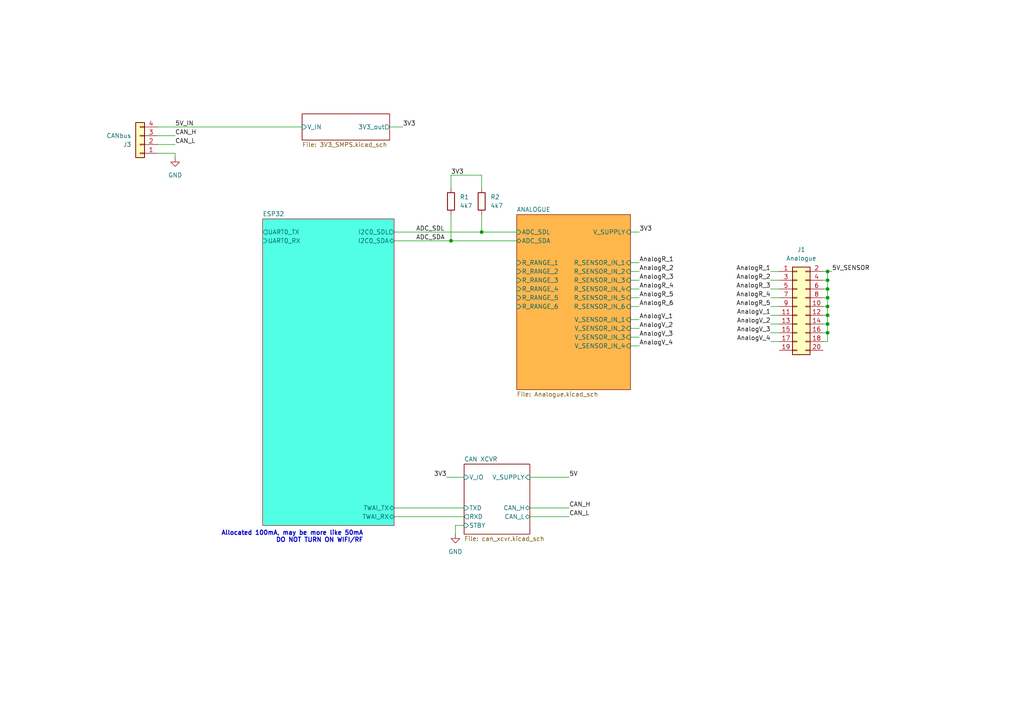
<source format=kicad_sch>
(kicad_sch (version 20250114) (generator "eeschema") (generator_version "9.0")
  (paper "A4")
  (title_block (title "VXDash RemoteECU") (date "2025-08-08") (rev "Proto A") (comment 1 "https://github.com/martinroger/VXDash") (comment 2 "https://cadlab.io/projects/vxdash"))
  (lib_symbols
    (symbol "Connector_Generic:Conn_01x04" (pin_names (offset 1.016) (hide yes))
      (property "Reference" "J" (at 0 5.08 0))
      (property "Value" "Conn_01x04" (at 0 -7.62 0))
      (symbol "Conn_01x04_1_1"
        (rectangle (start -1.27 3.81) (end 1.27 -6.35) (stroke (width 0.254)) (fill (type background)))
        (rectangle (start -1.27 2.667) (end 0 2.413) (stroke (width 0.1524)))
        (rectangle (start -1.27 0.127) (end 0 -0.127) (stroke (width 0.1524)))
        (rectangle (start -1.27 -2.413) (end 0 -2.667) (stroke (width 0.1524)))
        (rectangle (start -1.27 -4.953) (end 0 -5.207) (stroke (width 0.1524)))
        (pin passive line (at -5.08 2.54 0) (length 3.81) (name "Pin_1") (number "1"))
        (pin passive line (at -5.08 0 0) (length 3.81) (name "Pin_2") (number "2"))
        (pin passive line (at -5.08 -2.54 0) (length 3.81) (name "Pin_3") (number "3"))
        (pin passive line (at -5.08 -5.08 0) (length 3.81) (name "Pin_4") (number "4"))
      )
    )
    (symbol "Connector_Generic:Conn_02x10_Odd_Even" (pin_names (offset 1.016) (hide yes))
      (property "Reference" "J" (at 1.27 12.7 0))
      (property "Value" "Conn_02x10_Odd_Even" (at 1.27 -15.24 0))
      (symbol "Conn_02x10_Odd_Even_1_1"
        (rectangle (start -1.27 11.43) (end 3.81 -13.97) (stroke (width 0.254)) (fill (type background)))
        (rectangle (start -1.27 10.287) (end 0 10.033) (stroke (width 0.1524)))
        (rectangle (start -1.27 7.747) (end 0 7.493) (stroke (width 0.1524)))
        (rectangle (start -1.27 5.207) (end 0 4.953) (stroke (width 0.1524)))
        (rectangle (start -1.27 2.667) (end 0 2.413) (stroke (width 0.1524)))
        (rectangle (start -1.27 0.127) (end 0 -0.127) (stroke (width 0.1524)))
        (rectangle (start -1.27 -2.413) (end 0 -2.667) (stroke (width 0.1524)))
        (rectangle (start -1.27 -4.953) (end 0 -5.207) (stroke (width 0.1524)))
        (rectangle (start -1.27 -7.493) (end 0 -7.747) (stroke (width 0.1524)))
        (rectangle (start -1.27 -10.033) (end 0 -10.287) (stroke (width 0.1524)))
        (rectangle (start -1.27 -12.573) (end 0 -12.827) (stroke (width 0.1524)))
        (rectangle (start 3.81 10.287) (end 2.54 10.033) (stroke (width 0.1524)))
        (rectangle (start 3.81 7.747) (end 2.54 7.493) (stroke (width 0.1524)))
        (rectangle (start 3.81 5.207) (end 2.54 4.953) (stroke (width 0.1524)))
        (rectangle (start 3.81 2.667) (end 2.54 2.413) (stroke (width 0.1524)))
        (rectangle (start 3.81 0.127) (end 2.54 -0.127) (stroke (width 0.1524)))
        (rectangle (start 3.81 -2.413) (end 2.54 -2.667) (stroke (width 0.1524)))
        (rectangle (start 3.81 -4.953) (end 2.54 -5.207) (stroke (width 0.1524)))
        (rectangle (start 3.81 -7.493) (end 2.54 -7.747) (stroke (width 0.1524)))
        (rectangle (start 3.81 -10.033) (end 2.54 -10.287) (stroke (width 0.1524)))
        (rectangle (start 3.81 -12.573) (end 2.54 -12.827) (stroke (width 0.1524)))
        (pin passive line (at -5.08 10.16 0) (length 3.81) (name "Pin_1") (number "1"))
        (pin passive line (at -5.08 7.62 0) (length 3.81) (name "Pin_3") (number "3"))
        (pin passive line (at -5.08 5.08 0) (length 3.81) (name "Pin_5") (number "5"))
        (pin passive line (at -5.08 2.54 0) (length 3.81) (name "Pin_7") (number "7"))
        (pin passive line (at -5.08 0 0) (length 3.81) (name "Pin_9") (number "9"))
        (pin passive line (at -5.08 -2.54 0) (length 3.81) (name "Pin_11") (number "11"))
        (pin passive line (at -5.08 -5.08 0) (length 3.81) (name "Pin_13") (number "13"))
        (pin passive line (at -5.08 -7.62 0) (length 3.81) (name "Pin_15") (number "15"))
        (pin passive line (at -5.08 -10.16 0) (length 3.81) (name "Pin_17") (number "17"))
        (pin passive line (at -5.08 -12.7 0) (length 3.81) (name "Pin_19") (number "19"))
        (pin passive line (at 7.62 10.16 180) (length 3.81) (name "Pin_2") (number "2"))
        (pin passive line (at 7.62 7.62 180) (length 3.81) (name "Pin_4") (number "4"))
        (pin passive line (at 7.62 5.08 180) (length 3.81) (name "Pin_6") (number "6"))
        (pin passive line (at 7.62 2.54 180) (length 3.81) (name "Pin_8") (number "8"))
        (pin passive line (at 7.62 0 180) (length 3.81) (name "Pin_10") (number "10"))
        (pin passive line (at 7.62 -2.54 180) (length 3.81) (name "Pin_12") (number "12"))
        (pin passive line (at 7.62 -5.08 180) (length 3.81) (name "Pin_14") (number "14"))
        (pin passive line (at 7.62 -7.62 180) (length 3.81) (name "Pin_16") (number "16"))
        (pin passive line (at 7.62 -10.16 180) (length 3.81) (name "Pin_18") (number "18"))
        (pin passive line (at 7.62 -12.7 180) (length 3.81) (name "Pin_20") (number "20"))
      )
    )
    (symbol "VXDash_passives:Res" (pin_numbers (hide yes)) (pin_names (offset 0))
      (property "Reference" "R" (at 1.27 1.27 0))
      (property "Value" "Res" (at 1.27 -1.27 0))
      (symbol "Res_0_1"
        (rectangle (start -1.016 -2.54) (end 1.016 2.54) (stroke (width 0.254)))
      )
      (symbol "Res_1_1"
        (pin passive line (at 0 3.81 270) (length 1.27) (name "~") (number "1"))
        (pin passive line (at 0 -3.81 90) (length 1.27) (name "~") (number "2"))
      )
    )
    (symbol "power:GND" (power) (pin_numbers (hide yes)) (pin_names (offset 0) (hide yes))
      (property "Value" "GND" (at 0 -3.81 0))
      (symbol "GND_0_1"
        (polyline (pts (xy 0 0) (xy 0 -1.27) (xy 1.27 -1.27) (xy 0 -2.54) (xy -1.27 -1.27) (xy 0 -1.27)))
      )
      (symbol "GND_1_1"
        (pin power_in line (at 0 0 270) (length 0) (name "~") (number "1"))
      )
    )
  )
  (text "Allocated 100mA, may be more like 50mA\nDO NOT TURN ON WIFI/RF" (at 105.41 157.48 0) (effects (font (size 1.27 1.27) (bold yes)) (justify right bottom)))
  (junction (at 240.03 88.9))
  (junction (at 240.03 91.44))
  (junction (at 240.03 83.82))
  (junction (at 130.81 69.85))
  (junction (at 240.03 86.36))
  (junction (at 240.03 93.98))
  (junction (at 139.7 67.31))
  (junction (at 240.03 96.52))
  (junction (at 240.03 81.28))
  (junction (at 240.03 78.74))
  (wire (pts (xy 241.3 78.74) (xy 240.03 78.74)))
  (wire (pts (xy 223.52 91.44) (xy 226.06 91.44)))
  (wire (pts (xy 113.03 36.83) (xy 116.84 36.83)))
  (wire (pts (xy 153.67 138.43) (xy 165.1 138.43)))
  (wire (pts (xy 223.52 81.28) (xy 226.06 81.28)))
  (wire (pts (xy 223.52 99.06) (xy 226.06 99.06)))
  (wire (pts (xy 240.03 96.52) (xy 240.03 99.06)))
  (wire (pts (xy 240.03 93.98) (xy 238.76 93.98)))
  (wire (pts (xy 153.67 147.32) (xy 165.1 147.32)))
  (wire (pts (xy 240.03 83.82) (xy 240.03 86.36)))
  (wire (pts (xy 132.08 152.4) (xy 132.08 154.94)))
  (wire (pts (xy 185.42 95.25) (xy 182.88 95.25)))
  (wire (pts (xy 240.03 86.36) (xy 238.76 86.36)))
  (wire (pts (xy 223.52 96.52) (xy 226.06 96.52)))
  (wire (pts (xy 139.7 67.31) (xy 149.86 67.31)))
  (wire (pts (xy 50.8 39.37) (xy 45.72 39.37)))
  (wire (pts (xy 134.62 152.4) (xy 132.08 152.4)))
  (wire (pts (xy 240.03 78.74) (xy 238.76 78.74)))
  (wire (pts (xy 130.81 50.8) (xy 139.7 50.8)))
  (wire (pts (xy 45.72 44.45) (xy 50.8 44.45)))
  (wire (pts (xy 45.72 36.83) (xy 87.63 36.83)))
  (wire (pts (xy 114.3 147.32) (xy 134.62 147.32)))
  (wire (pts (xy 240.03 86.36) (xy 240.03 88.9)))
  (wire (pts (xy 185.42 88.9) (xy 182.88 88.9)))
  (wire (pts (xy 130.81 69.85) (xy 149.86 69.85)))
  (wire (pts (xy 185.42 97.79) (xy 182.88 97.79)))
  (wire (pts (xy 114.3 67.31) (xy 139.7 67.31)))
  (wire (pts (xy 223.52 86.36) (xy 226.06 86.36)))
  (wire (pts (xy 240.03 99.06) (xy 238.76 99.06)))
  (wire (pts (xy 240.03 78.74) (xy 240.03 81.28)))
  (wire (pts (xy 185.42 76.2) (xy 182.88 76.2)))
  (wire (pts (xy 240.03 91.44) (xy 238.76 91.44)))
  (wire (pts (xy 185.42 92.71) (xy 182.88 92.71)))
  (wire (pts (xy 223.52 78.74) (xy 226.06 78.74)))
  (wire (pts (xy 240.03 81.28) (xy 240.03 83.82)))
  (wire (pts (xy 139.7 54.61) (xy 139.7 50.8)))
  (wire (pts (xy 182.88 67.31) (xy 185.42 67.31)))
  (wire (pts (xy 185.42 100.33) (xy 182.88 100.33)))
  (wire (pts (xy 240.03 96.52) (xy 238.76 96.52)))
  (wire (pts (xy 130.81 50.8) (xy 130.81 54.61)))
  (wire (pts (xy 130.81 62.23) (xy 130.81 69.85)))
  (wire (pts (xy 129.54 138.43) (xy 134.62 138.43)))
  (wire (pts (xy 223.52 93.98) (xy 226.06 93.98)))
  (wire (pts (xy 153.67 149.86) (xy 165.1 149.86)))
  (wire (pts (xy 240.03 88.9) (xy 238.76 88.9)))
  (wire (pts (xy 50.8 44.45) (xy 50.8 45.72)))
  (wire (pts (xy 185.42 83.82) (xy 182.88 83.82)))
  (wire (pts (xy 114.3 69.85) (xy 130.81 69.85)))
  (wire (pts (xy 240.03 93.98) (xy 240.03 96.52)))
  (wire (pts (xy 223.52 88.9) (xy 226.06 88.9)))
  (wire (pts (xy 240.03 83.82) (xy 238.76 83.82)))
  (wire (pts (xy 114.3 149.86) (xy 134.62 149.86)))
  (wire (pts (xy 45.72 41.91) (xy 50.8 41.91)))
  (wire (pts (xy 240.03 88.9) (xy 240.03 91.44)))
  (wire (pts (xy 240.03 81.28) (xy 238.76 81.28)))
  (wire (pts (xy 185.42 86.36) (xy 182.88 86.36)))
  (wire (pts (xy 185.42 78.74) (xy 182.88 78.74)))
  (wire (pts (xy 185.42 81.28) (xy 182.88 81.28)))
  (wire (pts (xy 223.52 83.82) (xy 226.06 83.82)))
  (wire (pts (xy 240.03 91.44) (xy 240.03 93.98)))
  (wire (pts (xy 139.7 62.23) (xy 139.7 67.31)))
  (label "AnalogV_2" (at 185.42 95.25 0))
  (label "AnalogR_6" (at 185.42 88.9 0))
  (label "AnalogV_1" (at 223.52 91.44 180))
  (label "5V" (at 165.1 138.43 0))
  (label "AnalogV_1" (at 185.42 92.71 0))
  (label "5V_IN" (at 50.8 36.83 0))
  (label "AnalogR_3" (at 223.52 83.82 180))
  (label "AnalogV_4" (at 223.52 99.06 180))
  (label "AnalogV_3" (at 185.42 97.79 0))
  (label "AnalogR_4" (at 185.42 83.82 0))
  (label "AnalogR_1" (at 185.42 76.2 0))
  (label "AnalogV_4" (at 185.42 100.33 0))
  (label "AnalogR_2" (at 223.52 81.28 180))
  (label "AnalogR_1" (at 223.52 78.74 180))
  (label "CAN_H" (at 165.1 147.32 0))
  (label "CAN_L" (at 165.1 149.86 0))
  (label "AnalogR_5" (at 223.52 88.9 180))
  (label "AnalogV_3" (at 223.52 96.52 180))
  (label "5V_SENSOR" (at 241.3 78.74 0))
  (label "AnalogR_3" (at 185.42 81.28 0))
  (label "ADC_SDA" (at 120.65 69.85 0))
  (label "AnalogV_2" (at 223.52 93.98 180))
  (label "3V3" (at 116.84 36.83 0))
  (label "CAN_H" (at 50.8 39.37 0))
  (label "AnalogR_4" (at 223.52 86.36 180))
  (label "3V3" (at 185.42 67.31 0))
  (label "3V3" (at 129.54 138.43 180))
  (label "AnalogR_2" (at 185.42 78.74 0))
  (label "3V3" (at 130.81 50.8 0))
  (label "AnalogR_5" (at 185.42 86.36 0))
  (label "CAN_L" (at 50.8 41.91 0))
  (label "ADC_SDL" (at 120.65 67.31 0))
  (symbol (lib_id "power:GND") (at 50.8 45.72 0) (unit 1)
    (property "Reference" "#PWR01" (effects (hide yes)))
    (property "Value" "GND" (at 50.8 50.8 0))
    (property "Description" "Power symbol creates a global label with name \"GND\" , ground" (effects (hide yes)))
  )
  (symbol (lib_id "VXDash_passives:Res") (at 130.81 58.42 180) (unit 1)
    (property "Reference" "R1" (at 133.35 57.1499 0) (effects (justify right)))
    (property "Value" "4k7" (at 133.35 59.6899 0) (effects (justify right)))
    (property "Footprint" "Resistor_SMD:R_0603_1608Metric_Pad0.98x0.95mm_HandSolder" (effects (hide yes)))
    (property "Tol" "1%" (effects (hide yes)))
    (property "Power" "100mW" (effects (hide yes)))
  )
  (symbol (lib_id "Connector_Generic:Conn_02x10_Odd_Even") (at 231.14 88.9 0) (unit 1)
    (property "Reference" "J1" (at 232.41 72.39 0))
    (property "Value" "Analogue" (at 232.41 74.93 0))
    (property "Footprint" "Connector_PinSocket_2.54mm:PinSocket_2x10_P2.54mm_Vertical" (effects (hide yes)))
    (property "Description" "Generic connector, double row, 02x10, odd/even pin numbering scheme (row 1 odd numbers, row 2 even numbers), script generated (kicad-library-utils/schlib/autogen/connector/)" (effects (hide yes)))
  )
  (symbol (lib_id "power:GND") (at 132.08 154.94 0) (unit 1)
    (property "Reference" "#PWR010" (effects (hide yes)))
    (property "Value" "GND" (at 132.08 160.02 0))
    (property "Description" "Power symbol creates a global label with name \"GND\" , ground" (effects (hide yes)))
  )
  (symbol (lib_id "VXDash_passives:Res") (at 139.7 58.42 180) (unit 1)
    (property "Reference" "R2" (at 142.24 57.1499 0) (effects (justify right)))
    (property "Value" "4k7" (at 142.24 59.6899 0) (effects (justify right)))
    (property "Footprint" "Resistor_SMD:R_0603_1608Metric_Pad0.98x0.95mm_HandSolder" (effects (hide yes)))
    (property "Tol" "1%" (effects (hide yes)))
    (property "Power" "100mW" (effects (hide yes)))
  )
  (symbol (lib_id "Connector_Generic:Conn_01x04") (at 40.64 41.91 180) (unit 1)
    (property "Reference" "J3" (at 38.1 41.9101 0) (effects (justify left)))
    (property "Value" "CANbus" (at 38.1 39.3701 0) (effects (justify left)))
    (property "Footprint" "VXDash_connectors:DT13-4P_TE_Deutsch" (effects (hide yes)))
    (property "Datasheet" "https://www.te.com/en/product-DT13-4P.html" (effects (hide yes)))
    (property "MFT" "TE Deutsch" (effects (hide yes)))
    (property "MFT_PN" "DT13-4P" (effects (hide yes)))
  )
  (sheet (at 149.86 62.23) (size 33.02 50.8) (stroke (width 0.1524)) (fill (color 255 153 0 0.7000))
    (property "Sheetname" "ANALOGUE" (at 149.86 61.5184 0) (effects (justify left bottom)))
    (property "Sheetfile" "Analogue.kicad_sch" (at 149.86 113.6146 0) (effects (justify left top)))
    (pin "ADC_SDA" bidirectional (at 149.86 69.85 180))
    (pin "ADC_SDL" input (at 149.86 67.31 180))
    (pin "R_RANGE_1" input (at 149.86 76.2 180))
    (pin "R_RANGE_2" input (at 149.86 78.74 180))
    (pin "R_RANGE_3" input (at 149.86 81.28 180))
    (pin "R_RANGE_4" input (at 149.86 83.82 180))
    (pin "R_RANGE_5" input (at 149.86 86.36 180))
    (pin "R_RANGE_6" input (at 149.86 88.9 180))
    (pin "R_SENSOR_IN_1" input (at 182.88 76.2 0))
    (pin "R_SENSOR_IN_2" input (at 182.88 78.74 0))
    (pin "R_SENSOR_IN_3" input (at 182.88 81.28 0))
    (pin "R_SENSOR_IN_4" input (at 182.88 83.82 0))
    (pin "R_SENSOR_IN_5" input (at 182.88 86.36 0))
    (pin "R_SENSOR_IN_6" input (at 182.88 88.9 0))
    (pin "V_SENSOR_IN_1" input (at 182.88 92.71 0))
    (pin "V_SENSOR_IN_2" input (at 182.88 95.25 0))
    (pin "V_SENSOR_IN_3" input (at 182.88 97.79 0))
    (pin "V_SENSOR_IN_4" input (at 182.88 100.33 0))
    (pin "V_SUPPLY" input (at 182.88 67.31 0))
  )
  (sheet (at 134.62 134.62) (size 19.05 20.32) (stroke (width 0.1524))
    (property "Sheetname" "CAN XCVR" (at 134.62 133.9084 0) (effects (justify left bottom)))
    (property "Sheetfile" "can_xcvr.kicad_sch" (at 134.62 155.5246 0) (effects (justify left top)))
    (pin "CAN_H" bidirectional (at 153.67 147.32 0))
    (pin "CAN_L" bidirectional (at 153.67 149.86 0))
    (pin "RXD" output (at 134.62 149.86 180))
    (pin "STBY" input (at 134.62 152.4 180))
    (pin "TXD" input (at 134.62 147.32 180))
    (pin "V_IO" input (at 134.62 138.43 180))
    (pin "V_SUPPLY" input (at 153.67 138.43 0))
  )
  (sheet (at 76.2 63.5) (size 38.1 88.9) (stroke (width 0.1524)) (fill (color 80 255 228 1.0000))
    (property "Sheetname" "ESP32" (at 76.2 62.7884 0) (effects (justify left bottom)))
    (property "Sheetfile" "ESP32.kicad_sch" (effects (hide yes)))
    (pin "TWAI_RX" bidirectional (at 114.3 149.86 0))
    (pin "TWAI_TX" bidirectional (at 114.3 147.32 0))
    (pin "UART0_RX" input (at 76.2 69.85 180))
    (pin "UART0_TX" output (at 76.2 67.31 180))
    (pin "I2C0_SDA" bidirectional (at 114.3 69.85 0))
    (pin "I2C0_SDL" output (at 114.3 67.31 0))
  )
  (sheet (at 87.63 33.02) (size 25.4 7.62) (stroke (width 0.1524))
    (property "Sheetname" "3V3_SMPS" (effects (hide yes)))
    (property "Sheetfile" "3V3_SMPS.kicad_sch" (at 87.63 41.2246 0) (effects (justify left top)))
    (pin "3V3_out" output (at 113.03 36.83 0))
    (pin "V_IN" input (at 87.63 36.83 180))
  )
)
</source>
